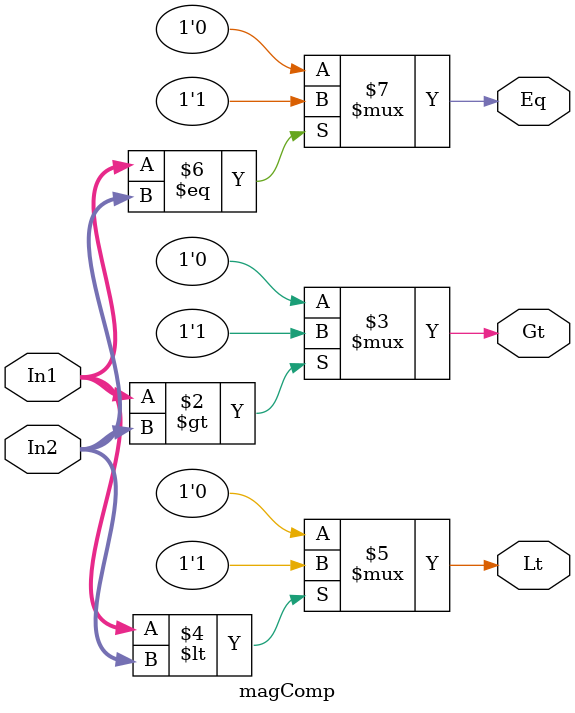
<source format=v>
module magComp ( In1, In2, Gt, Lt, Eq ); 
  input [15:0]  In1, In2; //The two 16-bit Inputs In1 and In2 
  output reg  Gt, Lt, Eq; //The Outputs of comparison 
  always @ (In1 or In2) //Check the state of the input lines 
  begin 
    Gt <= ( In1 > In2 )? 1'b1 : 1'b0; 
    Lt <= ( In1 < In2 )? 1'b1 : 1'b0; 
    Eq <= ( In1 == In2)? 1'b1 : 1'b0; 
  end 
endmodule
</source>
